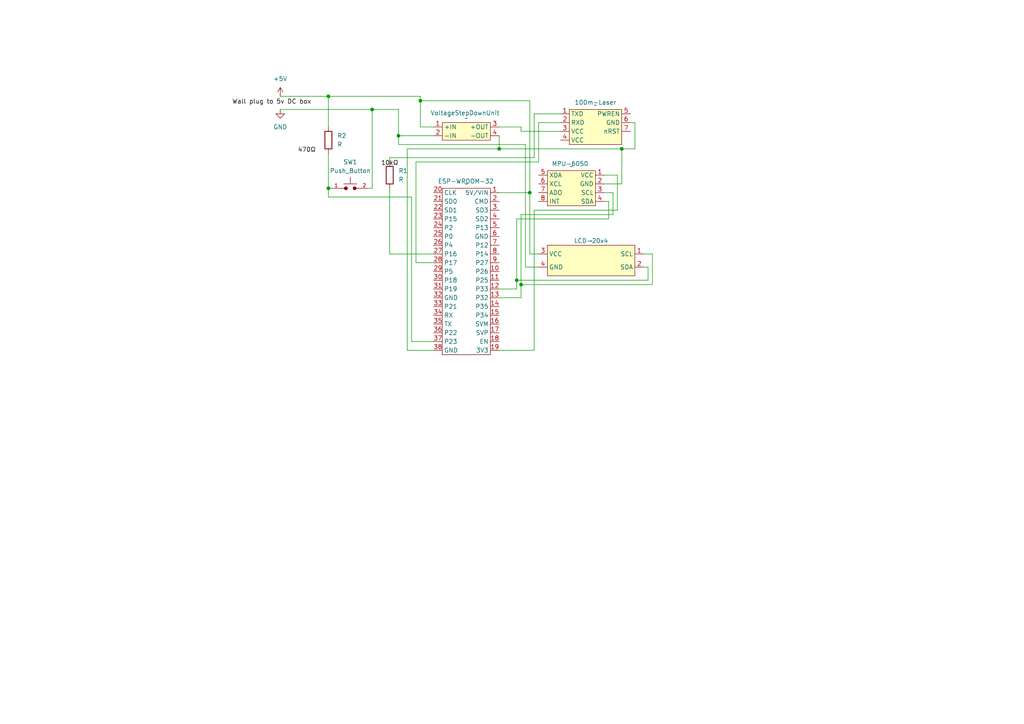
<source format=kicad_sch>
(kicad_sch
	(version 20231120)
	(generator "eeschema")
	(generator_version "8.0")
	(uuid "7ea22661-84af-4122-84a8-3fd8c8474913")
	(paper "A4")
	(lib_symbols
		(symbol "Device:R"
			(pin_numbers hide)
			(pin_names
				(offset 0)
			)
			(exclude_from_sim no)
			(in_bom yes)
			(on_board yes)
			(property "Reference" "R"
				(at 2.032 0 90)
				(effects
					(font
						(size 1.27 1.27)
					)
				)
			)
			(property "Value" "R"
				(at 0 0 90)
				(effects
					(font
						(size 1.27 1.27)
					)
				)
			)
			(property "Footprint" ""
				(at -1.778 0 90)
				(effects
					(font
						(size 1.27 1.27)
					)
					(hide yes)
				)
			)
			(property "Datasheet" "~"
				(at 0 0 0)
				(effects
					(font
						(size 1.27 1.27)
					)
					(hide yes)
				)
			)
			(property "Description" "Resistor"
				(at 0 0 0)
				(effects
					(font
						(size 1.27 1.27)
					)
					(hide yes)
				)
			)
			(property "ki_keywords" "R res resistor"
				(at 0 0 0)
				(effects
					(font
						(size 1.27 1.27)
					)
					(hide yes)
				)
			)
			(property "ki_fp_filters" "R_*"
				(at 0 0 0)
				(effects
					(font
						(size 1.27 1.27)
					)
					(hide yes)
				)
			)
			(symbol "R_0_1"
				(rectangle
					(start -1.016 -2.54)
					(end 1.016 2.54)
					(stroke
						(width 0.254)
						(type default)
					)
					(fill
						(type none)
					)
				)
			)
			(symbol "R_1_1"
				(pin passive line
					(at 0 3.81 270)
					(length 1.27)
					(name "~"
						(effects
							(font
								(size 1.27 1.27)
							)
						)
					)
					(number "1"
						(effects
							(font
								(size 1.27 1.27)
							)
						)
					)
				)
				(pin passive line
					(at 0 -3.81 90)
					(length 1.27)
					(name "~"
						(effects
							(font
								(size 1.27 1.27)
							)
						)
					)
					(number "2"
						(effects
							(font
								(size 1.27 1.27)
							)
						)
					)
				)
			)
		)
		(symbol "New_Library:2004A-I2C-LCD"
			(exclude_from_sim no)
			(in_bom yes)
			(on_board yes)
			(property "Reference" "LCD-20x4"
				(at 0.508 8.636 0)
				(effects
					(font
						(size 1.27 1.27)
					)
				)
			)
			(property "Value" ""
				(at 0 0 0)
				(effects
					(font
						(size 1.27 1.27)
					)
				)
			)
			(property "Footprint" ""
				(at 0 0 0)
				(effects
					(font
						(size 1.27 1.27)
					)
					(hide yes)
				)
			)
			(property "Datasheet" ""
				(at 0 0 0)
				(effects
					(font
						(size 1.27 1.27)
					)
					(hide yes)
				)
			)
			(property "Description" ""
				(at 0 0 0)
				(effects
					(font
						(size 1.27 1.27)
					)
					(hide yes)
				)
			)
			(symbol "2004A-I2C-LCD_0_1"
				(rectangle
					(start -12.7 6.35)
					(end 12.7 -2.54)
					(stroke
						(width 0)
						(type default)
					)
					(fill
						(type background)
					)
				)
			)
			(symbol "2004A-I2C-LCD_1_1"
				(pin input line
					(at 15.24 3.81 180)
					(length 2.54)
					(name "SCL"
						(effects
							(font
								(size 1.27 1.27)
							)
						)
					)
					(number "1"
						(effects
							(font
								(size 1.27 1.27)
							)
						)
					)
				)
				(pin input line
					(at 15.24 0 180)
					(length 2.54)
					(name "SDA"
						(effects
							(font
								(size 1.27 1.27)
							)
						)
					)
					(number "2"
						(effects
							(font
								(size 1.27 1.27)
							)
						)
					)
				)
				(pin power_in line
					(at -15.24 3.81 0)
					(length 2.54)
					(name "VCC"
						(effects
							(font
								(size 1.27 1.27)
							)
						)
					)
					(number "3"
						(effects
							(font
								(size 1.27 1.27)
							)
						)
					)
				)
				(pin input line
					(at -15.24 0 0)
					(length 2.54)
					(name "GND"
						(effects
							(font
								(size 1.27 1.27)
							)
						)
					)
					(number "4"
						(effects
							(font
								(size 1.27 1.27)
							)
						)
					)
				)
			)
		)
		(symbol "New_Library:HiLetgo_ESP-WROOM-32"
			(exclude_from_sim no)
			(in_bom yes)
			(on_board yes)
			(property "Reference" "ESP-WROOM-32"
				(at 5.588 11.176 0)
				(effects
					(font
						(size 1.27 1.27)
					)
				)
			)
			(property "Value" ""
				(at 0 0 0)
				(effects
					(font
						(size 1.27 1.27)
					)
				)
			)
			(property "Footprint" ""
				(at 0 0 0)
				(effects
					(font
						(size 1.27 1.27)
					)
					(hide yes)
				)
			)
			(property "Datasheet" ""
				(at 0 0 0)
				(effects
					(font
						(size 1.27 1.27)
					)
					(hide yes)
				)
			)
			(property "Description" ""
				(at 0 0 0)
				(effects
					(font
						(size 1.27 1.27)
					)
					(hide yes)
				)
			)
			(symbol "HiLetgo_ESP-WROOM-32_0_1"
				(rectangle
					(start -1.27 8.89)
					(end 12.7 -39.37)
					(stroke
						(width 0)
						(type default)
					)
					(fill
						(type none)
					)
				)
			)
			(symbol "HiLetgo_ESP-WROOM-32_1_1"
				(pin bidirectional line
					(at 15.24 7.62 180)
					(length 2.54)
					(name "5V/VIN"
						(effects
							(font
								(size 1.27 1.27)
							)
						)
					)
					(number "1"
						(effects
							(font
								(size 1.27 1.27)
							)
						)
					)
				)
				(pin bidirectional line
					(at 15.24 -15.24 180)
					(length 2.54)
					(name "P26"
						(effects
							(font
								(size 1.27 1.27)
							)
						)
					)
					(number "10"
						(effects
							(font
								(size 1.27 1.27)
							)
						)
					)
				)
				(pin bidirectional line
					(at 15.24 -17.78 180)
					(length 2.54)
					(name "P25"
						(effects
							(font
								(size 1.27 1.27)
							)
						)
					)
					(number "11"
						(effects
							(font
								(size 1.27 1.27)
							)
						)
					)
				)
				(pin bidirectional line
					(at 15.24 -20.32 180)
					(length 2.54)
					(name "P33"
						(effects
							(font
								(size 1.27 1.27)
							)
						)
					)
					(number "12"
						(effects
							(font
								(size 1.27 1.27)
							)
						)
					)
				)
				(pin bidirectional line
					(at 15.24 -22.86 180)
					(length 2.54)
					(name "P32"
						(effects
							(font
								(size 1.27 1.27)
							)
						)
					)
					(number "13"
						(effects
							(font
								(size 1.27 1.27)
							)
						)
					)
				)
				(pin bidirectional line
					(at 15.24 -25.4 180)
					(length 2.54)
					(name "P35"
						(effects
							(font
								(size 1.27 1.27)
							)
						)
					)
					(number "14"
						(effects
							(font
								(size 1.27 1.27)
							)
						)
					)
				)
				(pin bidirectional line
					(at 15.24 -27.94 180)
					(length 2.54)
					(name "P34"
						(effects
							(font
								(size 1.27 1.27)
							)
						)
					)
					(number "15"
						(effects
							(font
								(size 1.27 1.27)
							)
						)
					)
				)
				(pin bidirectional line
					(at 15.24 -30.48 180)
					(length 2.54)
					(name "SVM"
						(effects
							(font
								(size 1.27 1.27)
							)
						)
					)
					(number "16"
						(effects
							(font
								(size 1.27 1.27)
							)
						)
					)
				)
				(pin bidirectional line
					(at 15.24 -33.02 180)
					(length 2.54)
					(name "SVP"
						(effects
							(font
								(size 1.27 1.27)
							)
						)
					)
					(number "17"
						(effects
							(font
								(size 1.27 1.27)
							)
						)
					)
				)
				(pin bidirectional line
					(at 15.24 -35.56 180)
					(length 2.54)
					(name "EN"
						(effects
							(font
								(size 1.27 1.27)
							)
						)
					)
					(number "18"
						(effects
							(font
								(size 1.27 1.27)
							)
						)
					)
				)
				(pin power_out line
					(at 15.24 -38.1 180)
					(length 2.54)
					(name "3V3"
						(effects
							(font
								(size 1.27 1.27)
							)
						)
					)
					(number "19"
						(effects
							(font
								(size 1.27 1.27)
							)
						)
					)
				)
				(pin bidirectional line
					(at 15.24 5.08 180)
					(length 2.54)
					(name "CMD"
						(effects
							(font
								(size 1.27 1.27)
							)
						)
					)
					(number "2"
						(effects
							(font
								(size 1.27 1.27)
							)
						)
					)
				)
				(pin bidirectional line
					(at -3.81 7.62 0)
					(length 2.54)
					(name "CLK"
						(effects
							(font
								(size 1.27 1.27)
							)
						)
					)
					(number "20"
						(effects
							(font
								(size 1.27 1.27)
							)
						)
					)
				)
				(pin bidirectional line
					(at -3.81 5.08 0)
					(length 2.54)
					(name "SD0"
						(effects
							(font
								(size 1.27 1.27)
							)
						)
					)
					(number "21"
						(effects
							(font
								(size 1.27 1.27)
							)
						)
					)
				)
				(pin bidirectional line
					(at -3.81 2.54 0)
					(length 2.54)
					(name "SD1"
						(effects
							(font
								(size 1.27 1.27)
							)
						)
					)
					(number "22"
						(effects
							(font
								(size 1.27 1.27)
							)
						)
					)
				)
				(pin bidirectional line
					(at -3.81 0 0)
					(length 2.54)
					(name "P15"
						(effects
							(font
								(size 1.27 1.27)
							)
						)
					)
					(number "23"
						(effects
							(font
								(size 1.27 1.27)
							)
						)
					)
				)
				(pin bidirectional line
					(at -3.81 -2.54 0)
					(length 2.54)
					(name "P2"
						(effects
							(font
								(size 1.27 1.27)
							)
						)
					)
					(number "24"
						(effects
							(font
								(size 1.27 1.27)
							)
						)
					)
				)
				(pin bidirectional line
					(at -3.81 -5.08 0)
					(length 2.54)
					(name "P0"
						(effects
							(font
								(size 1.27 1.27)
							)
						)
					)
					(number "25"
						(effects
							(font
								(size 1.27 1.27)
							)
						)
					)
				)
				(pin bidirectional line
					(at -3.81 -7.62 0)
					(length 2.54)
					(name "P4"
						(effects
							(font
								(size 1.27 1.27)
							)
						)
					)
					(number "26"
						(effects
							(font
								(size 1.27 1.27)
							)
						)
					)
				)
				(pin bidirectional line
					(at -3.81 -10.16 0)
					(length 2.54)
					(name "P16"
						(effects
							(font
								(size 1.27 1.27)
							)
						)
					)
					(number "27"
						(effects
							(font
								(size 1.27 1.27)
							)
						)
					)
				)
				(pin bidirectional line
					(at -3.81 -12.7 0)
					(length 2.54)
					(name "P17"
						(effects
							(font
								(size 1.27 1.27)
							)
						)
					)
					(number "28"
						(effects
							(font
								(size 1.27 1.27)
							)
						)
					)
				)
				(pin bidirectional line
					(at -3.81 -15.24 0)
					(length 2.54)
					(name "P5"
						(effects
							(font
								(size 1.27 1.27)
							)
						)
					)
					(number "29"
						(effects
							(font
								(size 1.27 1.27)
							)
						)
					)
				)
				(pin bidirectional line
					(at 15.24 2.54 180)
					(length 2.54)
					(name "SD3"
						(effects
							(font
								(size 1.27 1.27)
							)
						)
					)
					(number "3"
						(effects
							(font
								(size 1.27 1.27)
							)
						)
					)
				)
				(pin bidirectional line
					(at -3.81 -17.78 0)
					(length 2.54)
					(name "P18"
						(effects
							(font
								(size 1.27 1.27)
							)
						)
					)
					(number "30"
						(effects
							(font
								(size 1.27 1.27)
							)
						)
					)
				)
				(pin bidirectional line
					(at -3.81 -20.32 0)
					(length 2.54)
					(name "P19"
						(effects
							(font
								(size 1.27 1.27)
							)
						)
					)
					(number "31"
						(effects
							(font
								(size 1.27 1.27)
							)
						)
					)
				)
				(pin bidirectional line
					(at -3.81 -22.86 0)
					(length 2.54)
					(name "GND"
						(effects
							(font
								(size 1.27 1.27)
							)
						)
					)
					(number "32"
						(effects
							(font
								(size 1.27 1.27)
							)
						)
					)
				)
				(pin bidirectional line
					(at -3.81 -25.4 0)
					(length 2.54)
					(name "P21"
						(effects
							(font
								(size 1.27 1.27)
							)
						)
					)
					(number "33"
						(effects
							(font
								(size 1.27 1.27)
							)
						)
					)
				)
				(pin bidirectional line
					(at -3.81 -27.94 0)
					(length 2.54)
					(name "RX"
						(effects
							(font
								(size 1.27 1.27)
							)
						)
					)
					(number "34"
						(effects
							(font
								(size 1.27 1.27)
							)
						)
					)
				)
				(pin bidirectional line
					(at -3.81 -30.48 0)
					(length 2.54)
					(name "TX"
						(effects
							(font
								(size 1.27 1.27)
							)
						)
					)
					(number "35"
						(effects
							(font
								(size 1.27 1.27)
							)
						)
					)
				)
				(pin bidirectional line
					(at -3.81 -33.02 0)
					(length 2.54)
					(name "P22"
						(effects
							(font
								(size 1.27 1.27)
							)
						)
					)
					(number "36"
						(effects
							(font
								(size 1.27 1.27)
							)
						)
					)
				)
				(pin bidirectional line
					(at -3.81 -35.56 0)
					(length 2.54)
					(name "P23"
						(effects
							(font
								(size 1.27 1.27)
							)
						)
					)
					(number "37"
						(effects
							(font
								(size 1.27 1.27)
							)
						)
					)
				)
				(pin bidirectional line
					(at -3.81 -38.1 0)
					(length 2.54)
					(name "GND"
						(effects
							(font
								(size 1.27 1.27)
							)
						)
					)
					(number "38"
						(effects
							(font
								(size 1.27 1.27)
							)
						)
					)
				)
				(pin bidirectional line
					(at 15.24 0 180)
					(length 2.54)
					(name "SD2"
						(effects
							(font
								(size 1.27 1.27)
							)
						)
					)
					(number "4"
						(effects
							(font
								(size 1.27 1.27)
							)
						)
					)
				)
				(pin bidirectional line
					(at 15.24 -2.54 180)
					(length 2.54)
					(name "P13"
						(effects
							(font
								(size 1.27 1.27)
							)
						)
					)
					(number "5"
						(effects
							(font
								(size 1.27 1.27)
							)
						)
					)
				)
				(pin bidirectional line
					(at 15.24 -5.08 180)
					(length 2.54)
					(name "GND"
						(effects
							(font
								(size 1.27 1.27)
							)
						)
					)
					(number "6"
						(effects
							(font
								(size 1.27 1.27)
							)
						)
					)
				)
				(pin bidirectional line
					(at 15.24 -7.62 180)
					(length 2.54)
					(name "P12"
						(effects
							(font
								(size 1.27 1.27)
							)
						)
					)
					(number "7"
						(effects
							(font
								(size 1.27 1.27)
							)
						)
					)
				)
				(pin bidirectional line
					(at 15.24 -10.16 180)
					(length 2.54)
					(name "P14"
						(effects
							(font
								(size 1.27 1.27)
							)
						)
					)
					(number "8"
						(effects
							(font
								(size 1.27 1.27)
							)
						)
					)
				)
				(pin bidirectional line
					(at 15.24 -12.7 180)
					(length 2.54)
					(name "P27"
						(effects
							(font
								(size 1.27 1.27)
							)
						)
					)
					(number "9"
						(effects
							(font
								(size 1.27 1.27)
							)
						)
					)
				)
			)
		)
		(symbol "New_Library:JRT100mLaser"
			(exclude_from_sim no)
			(in_bom yes)
			(on_board yes)
			(property "Reference" "100m-Laser"
				(at 0 6.604 0)
				(effects
					(font
						(size 1.27 1.27)
					)
				)
			)
			(property "Value" ""
				(at -2.032 8.382 0)
				(effects
					(font
						(size 1.27 1.27)
					)
				)
			)
			(property "Footprint" ""
				(at -2.032 8.382 0)
				(effects
					(font
						(size 1.27 1.27)
					)
					(hide yes)
				)
			)
			(property "Datasheet" ""
				(at -2.032 8.382 0)
				(effects
					(font
						(size 1.27 1.27)
					)
					(hide yes)
				)
			)
			(property "Description" ""
				(at -2.032 8.382 0)
				(effects
					(font
						(size 1.27 1.27)
					)
					(hide yes)
				)
			)
			(symbol "JRT100mLaser_1_1"
				(rectangle
					(start -7.62 5.08)
					(end 7.62 -5.08)
					(stroke
						(width 0)
						(type default)
					)
					(fill
						(type background)
					)
				)
				(pin output line
					(at -10.16 3.81 0)
					(length 2.54)
					(name "TXD"
						(effects
							(font
								(size 1.27 1.27)
							)
						)
					)
					(number "1"
						(effects
							(font
								(size 1.27 1.27)
							)
						)
					)
				)
				(pin input line
					(at -10.16 1.27 0)
					(length 2.54)
					(name "RXD"
						(effects
							(font
								(size 1.27 1.27)
							)
						)
					)
					(number "2"
						(effects
							(font
								(size 1.27 1.27)
							)
						)
					)
				)
				(pin power_in line
					(at -10.16 -1.27 0)
					(length 2.54)
					(name "VCC"
						(effects
							(font
								(size 1.27 1.27)
							)
						)
					)
					(number "3"
						(effects
							(font
								(size 1.27 1.27)
							)
						)
					)
				)
				(pin power_in line
					(at -10.16 -3.81 0)
					(length 2.54)
					(name "VCC"
						(effects
							(font
								(size 1.27 1.27)
							)
						)
					)
					(number "4"
						(effects
							(font
								(size 1.27 1.27)
							)
						)
					)
				)
				(pin input line
					(at 10.16 3.81 180)
					(length 2.54)
					(name "PWREN"
						(effects
							(font
								(size 1.27 1.27)
							)
						)
					)
					(number "5"
						(effects
							(font
								(size 1.27 1.27)
							)
						)
					)
				)
				(pin input line
					(at 10.16 1.27 180)
					(length 2.54)
					(name "GND"
						(effects
							(font
								(size 1.27 1.27)
							)
						)
					)
					(number "6"
						(effects
							(font
								(size 1.27 1.27)
							)
						)
					)
				)
				(pin input line
					(at 10.16 -1.27 180)
					(length 2.54)
					(name "nRST"
						(effects
							(font
								(size 1.27 1.27)
							)
						)
					)
					(number "7"
						(effects
							(font
								(size 1.27 1.27)
							)
						)
					)
				)
			)
		)
		(symbol "New_Library:LM2596VoltageStepDownRegulator"
			(exclude_from_sim no)
			(in_bom yes)
			(on_board yes)
			(property "Reference" "VoltageStepDownUnit"
				(at 0.508 1.016 0)
				(effects
					(font
						(size 1.27 1.27)
					)
				)
			)
			(property "Value" ""
				(at 0 0 0)
				(effects
					(font
						(size 1.27 1.27)
					)
				)
			)
			(property "Footprint" ""
				(at 0 0 0)
				(effects
					(font
						(size 1.27 1.27)
					)
					(hide yes)
				)
			)
			(property "Datasheet" ""
				(at 0 0 0)
				(effects
					(font
						(size 1.27 1.27)
					)
					(hide yes)
				)
			)
			(property "Description" ""
				(at 0 0 0)
				(effects
					(font
						(size 1.27 1.27)
					)
					(hide yes)
				)
			)
			(symbol "LM2596VoltageStepDownRegulator_0_1"
				(rectangle
					(start -6.35 -1.27)
					(end 7.62 -6.35)
					(stroke
						(width 0)
						(type default)
					)
					(fill
						(type background)
					)
				)
			)
			(symbol "LM2596VoltageStepDownRegulator_1_1"
				(pin power_in line
					(at -8.89 -2.54 0)
					(length 2.54)
					(name "+IN"
						(effects
							(font
								(size 1.27 1.27)
							)
						)
					)
					(number "1"
						(effects
							(font
								(size 1.27 1.27)
							)
						)
					)
				)
				(pin input line
					(at -8.89 -5.08 0)
					(length 2.54)
					(name "-IN"
						(effects
							(font
								(size 1.27 1.27)
							)
						)
					)
					(number "2"
						(effects
							(font
								(size 1.27 1.27)
							)
						)
					)
				)
				(pin power_out line
					(at 10.16 -2.54 180)
					(length 2.54)
					(name "+OUT"
						(effects
							(font
								(size 1.27 1.27)
							)
						)
					)
					(number "3"
						(effects
							(font
								(size 1.27 1.27)
							)
						)
					)
				)
				(pin output line
					(at 10.16 -5.08 180)
					(length 2.54)
					(name "-OUT"
						(effects
							(font
								(size 1.27 1.27)
							)
						)
					)
					(number "4"
						(effects
							(font
								(size 1.27 1.27)
							)
						)
					)
				)
			)
		)
		(symbol "New_Library:MPU-6050"
			(exclude_from_sim no)
			(in_bom yes)
			(on_board yes)
			(property "Reference" "MPU-6050"
				(at 1.016 0 0)
				(effects
					(font
						(face "KiCad Font")
						(size 1.27 1.27)
					)
				)
			)
			(property "Value" ""
				(at 0 0 0)
				(effects
					(font
						(size 1.27 1.27)
					)
				)
			)
			(property "Footprint" ""
				(at 0 0 0)
				(effects
					(font
						(size 1.27 1.27)
					)
					(hide yes)
				)
			)
			(property "Datasheet" ""
				(at 0 0 0)
				(effects
					(font
						(size 1.27 1.27)
					)
					(hide yes)
				)
			)
			(property "Description" ""
				(at 0 0 0)
				(effects
					(font
						(size 1.27 1.27)
					)
					(hide yes)
				)
			)
			(symbol "MPU-6050_0_1"
				(rectangle
					(start -6.35 -1.27)
					(end 7.62 -11.43)
					(stroke
						(width 0)
						(type default)
					)
					(fill
						(type background)
					)
				)
			)
			(symbol "MPU-6050_1_1"
				(pin power_in line
					(at 10.16 -2.54 180)
					(length 2.54)
					(name "VCC"
						(effects
							(font
								(size 1.27 1.27)
							)
						)
					)
					(number "1"
						(effects
							(font
								(size 1.27 1.27)
							)
						)
					)
				)
				(pin input line
					(at 10.16 -5.08 180)
					(length 2.54)
					(name "GND"
						(effects
							(font
								(size 1.27 1.27)
							)
						)
					)
					(number "2"
						(effects
							(font
								(size 1.27 1.27)
							)
						)
					)
				)
				(pin input line
					(at 10.16 -7.62 180)
					(length 2.54)
					(name "SCL"
						(effects
							(font
								(size 1.27 1.27)
							)
						)
					)
					(number "3"
						(effects
							(font
								(size 1.27 1.27)
							)
						)
					)
				)
				(pin input line
					(at 10.16 -10.16 180)
					(length 2.54)
					(name "SDA"
						(effects
							(font
								(size 1.27 1.27)
							)
						)
					)
					(number "4"
						(effects
							(font
								(size 1.27 1.27)
							)
						)
					)
				)
				(pin output line
					(at -8.89 -2.54 0)
					(length 2.54)
					(name "XDA"
						(effects
							(font
								(size 1.27 1.27)
							)
						)
					)
					(number "5"
						(effects
							(font
								(size 1.27 1.27)
							)
						)
					)
				)
				(pin input line
					(at -8.89 -5.08 0)
					(length 2.54)
					(name "XCL"
						(effects
							(font
								(size 1.27 1.27)
							)
						)
					)
					(number "6"
						(effects
							(font
								(size 1.27 1.27)
							)
						)
					)
				)
				(pin input line
					(at -8.89 -7.62 0)
					(length 2.54)
					(name "ADO"
						(effects
							(font
								(size 1.27 1.27)
							)
						)
					)
					(number "7"
						(effects
							(font
								(size 1.27 1.27)
							)
						)
					)
				)
				(pin input line
					(at -8.89 -10.16 0)
					(length 2.54)
					(name "INT"
						(effects
							(font
								(size 1.27 1.27)
							)
						)
					)
					(number "8"
						(effects
							(font
								(size 1.27 1.27)
							)
						)
					)
				)
			)
		)
		(symbol "PCM_SL_Devices:Push_Button"
			(exclude_from_sim no)
			(in_bom yes)
			(on_board yes)
			(property "Reference" "SW"
				(at 0 6.35 0)
				(effects
					(font
						(size 1.27 1.27)
					)
				)
			)
			(property "Value" "Push_Button"
				(at 0 4.445 0)
				(effects
					(font
						(size 1.27 1.27)
					)
				)
			)
			(property "Footprint" "Button_Switch_THT:SW_PUSH_6mm"
				(at -0.127 -3.175 0)
				(effects
					(font
						(size 1.27 1.27)
					)
					(hide yes)
				)
			)
			(property "Datasheet" ""
				(at 0 0 0)
				(effects
					(font
						(size 1.27 1.27)
					)
					(hide yes)
				)
			)
			(property "Description" "Common 6mmx6mm Push Button"
				(at 0 0 0)
				(effects
					(font
						(size 1.27 1.27)
					)
					(hide yes)
				)
			)
			(property "ki_keywords" "Switch"
				(at 0 0 0)
				(effects
					(font
						(size 1.27 1.27)
					)
					(hide yes)
				)
			)
			(symbol "Push_Button_0_1"
				(circle
					(center -1.27 0)
					(radius 0.4579)
					(stroke
						(width 0)
						(type default)
					)
					(fill
						(type outline)
					)
				)
				(polyline
					(pts
						(xy -3.175 0) (xy -1.778 0)
					)
					(stroke
						(width 0)
						(type default)
					)
					(fill
						(type none)
					)
				)
				(polyline
					(pts
						(xy -1.905 1.27) (xy 1.905 1.27)
					)
					(stroke
						(width 0)
						(type default)
					)
					(fill
						(type none)
					)
				)
				(polyline
					(pts
						(xy 0 1.27) (xy 0 3.175)
					)
					(stroke
						(width 0)
						(type default)
					)
					(fill
						(type none)
					)
				)
				(polyline
					(pts
						(xy 1.778 0) (xy 3.175 0)
					)
					(stroke
						(width 0)
						(type default)
					)
					(fill
						(type none)
					)
				)
				(circle
					(center 1.27 0)
					(radius 0.4579)
					(stroke
						(width 0)
						(type default)
					)
					(fill
						(type outline)
					)
				)
			)
			(symbol "Push_Button_1_1"
				(pin passive line
					(at -5.08 0 0)
					(length 2)
					(name ""
						(effects
							(font
								(size 1.27 1.27)
							)
						)
					)
					(number "1"
						(effects
							(font
								(size 1 1)
							)
						)
					)
				)
				(pin passive line
					(at 5.08 0 180)
					(length 2)
					(name ""
						(effects
							(font
								(size 1.27 1.27)
							)
						)
					)
					(number "2"
						(effects
							(font
								(size 1 1)
							)
						)
					)
				)
			)
		)
		(symbol "power:+5V"
			(power)
			(pin_numbers hide)
			(pin_names
				(offset 0) hide)
			(exclude_from_sim no)
			(in_bom yes)
			(on_board yes)
			(property "Reference" "#PWR"
				(at 0 -3.81 0)
				(effects
					(font
						(size 1.27 1.27)
					)
					(hide yes)
				)
			)
			(property "Value" "+5V"
				(at 0 3.556 0)
				(effects
					(font
						(size 1.27 1.27)
					)
				)
			)
			(property "Footprint" ""
				(at 0 0 0)
				(effects
					(font
						(size 1.27 1.27)
					)
					(hide yes)
				)
			)
			(property "Datasheet" ""
				(at 0 0 0)
				(effects
					(font
						(size 1.27 1.27)
					)
					(hide yes)
				)
			)
			(property "Description" "Power symbol creates a global label with name \"+5V\""
				(at 0 0 0)
				(effects
					(font
						(size 1.27 1.27)
					)
					(hide yes)
				)
			)
			(property "ki_keywords" "global power"
				(at 0 0 0)
				(effects
					(font
						(size 1.27 1.27)
					)
					(hide yes)
				)
			)
			(symbol "+5V_0_1"
				(polyline
					(pts
						(xy -0.762 1.27) (xy 0 2.54)
					)
					(stroke
						(width 0)
						(type default)
					)
					(fill
						(type none)
					)
				)
				(polyline
					(pts
						(xy 0 0) (xy 0 2.54)
					)
					(stroke
						(width 0)
						(type default)
					)
					(fill
						(type none)
					)
				)
				(polyline
					(pts
						(xy 0 2.54) (xy 0.762 1.27)
					)
					(stroke
						(width 0)
						(type default)
					)
					(fill
						(type none)
					)
				)
			)
			(symbol "+5V_1_1"
				(pin power_in line
					(at 0 0 90)
					(length 0)
					(name "~"
						(effects
							(font
								(size 1.27 1.27)
							)
						)
					)
					(number "1"
						(effects
							(font
								(size 1.27 1.27)
							)
						)
					)
				)
			)
		)
		(symbol "power:GND"
			(power)
			(pin_numbers hide)
			(pin_names
				(offset 0) hide)
			(exclude_from_sim no)
			(in_bom yes)
			(on_board yes)
			(property "Reference" "#PWR"
				(at 0 -6.35 0)
				(effects
					(font
						(size 1.27 1.27)
					)
					(hide yes)
				)
			)
			(property "Value" "GND"
				(at 0 -3.81 0)
				(effects
					(font
						(size 1.27 1.27)
					)
				)
			)
			(property "Footprint" ""
				(at 0 0 0)
				(effects
					(font
						(size 1.27 1.27)
					)
					(hide yes)
				)
			)
			(property "Datasheet" ""
				(at 0 0 0)
				(effects
					(font
						(size 1.27 1.27)
					)
					(hide yes)
				)
			)
			(property "Description" "Power symbol creates a global label with name \"GND\" , ground"
				(at 0 0 0)
				(effects
					(font
						(size 1.27 1.27)
					)
					(hide yes)
				)
			)
			(property "ki_keywords" "global power"
				(at 0 0 0)
				(effects
					(font
						(size 1.27 1.27)
					)
					(hide yes)
				)
			)
			(symbol "GND_0_1"
				(polyline
					(pts
						(xy 0 0) (xy 0 -1.27) (xy 1.27 -1.27) (xy 0 -2.54) (xy -1.27 -1.27) (xy 0 -1.27)
					)
					(stroke
						(width 0)
						(type default)
					)
					(fill
						(type none)
					)
				)
			)
			(symbol "GND_1_1"
				(pin power_in line
					(at 0 0 270)
					(length 0)
					(name "~"
						(effects
							(font
								(size 1.27 1.27)
							)
						)
					)
					(number "1"
						(effects
							(font
								(size 1.27 1.27)
							)
						)
					)
				)
			)
		)
	)
	(junction
		(at 151.13 82.55)
		(diameter 0)
		(color 0 0 0 0)
		(uuid "123f517c-34c2-4168-a505-ddf2c4f6d2f4")
	)
	(junction
		(at 149.86 81.28)
		(diameter 0)
		(color 0 0 0 0)
		(uuid "525f1f34-5994-4eae-a755-ea27da9d037d")
	)
	(junction
		(at 180.34 43.18)
		(diameter 0)
		(color 0 0 0 0)
		(uuid "92d04755-005f-473a-906f-6f1c21ab611d")
	)
	(junction
		(at 115.57 39.37)
		(diameter 0)
		(color 0 0 0 0)
		(uuid "94743a89-d747-4a18-8405-09fb7b95c734")
	)
	(junction
		(at 107.95 31.75)
		(diameter 0)
		(color 0 0 0 0)
		(uuid "a60bb3d4-5de6-4379-a4c3-55d76f8c23bc")
	)
	(junction
		(at 144.78 43.18)
		(diameter 0)
		(color 0 0 0 0)
		(uuid "bae065ed-e48e-4603-b6d5-0fdc864c53f0")
	)
	(junction
		(at 121.92 29.21)
		(diameter 0)
		(color 0 0 0 0)
		(uuid "bb842c00-6548-400b-84e3-1f131577f09b")
	)
	(junction
		(at 95.25 54.61)
		(diameter 0)
		(color 0 0 0 0)
		(uuid "c6db2f93-efaf-4ffb-bfa2-14b48d583a26")
	)
	(junction
		(at 153.67 55.88)
		(diameter 0)
		(color 0 0 0 0)
		(uuid "cff7d8eb-dc9c-47e4-9cfa-0cc1dba856c6")
	)
	(junction
		(at 95.25 27.94)
		(diameter 0)
		(color 0 0 0 0)
		(uuid "fce3e447-ffef-4f5c-819f-c8c8c20291eb")
	)
	(wire
		(pts
			(xy 154.94 60.96) (xy 154.94 101.6)
		)
		(stroke
			(width 0)
			(type default)
		)
		(uuid "00d37603-0dfc-41a2-a3ce-6c623d8687db")
	)
	(wire
		(pts
			(xy 121.92 36.83) (xy 125.73 36.83)
		)
		(stroke
			(width 0)
			(type default)
		)
		(uuid "050a4131-f8dd-4412-8181-24dce8f2b972")
	)
	(wire
		(pts
			(xy 119.38 57.15) (xy 119.38 99.06)
		)
		(stroke
			(width 0)
			(type default)
		)
		(uuid "06f55ce9-7a85-434e-8845-c09a97bbc61f")
	)
	(wire
		(pts
			(xy 156.21 46.99) (xy 156.21 35.56)
		)
		(stroke
			(width 0)
			(type default)
		)
		(uuid "0d1566d1-358a-4bb1-85d1-3e2ea4874c1b")
	)
	(wire
		(pts
			(xy 106.68 54.61) (xy 107.95 54.61)
		)
		(stroke
			(width 0)
			(type default)
		)
		(uuid "0d41b072-6426-42a3-8398-592052fb1d94")
	)
	(wire
		(pts
			(xy 95.25 27.94) (xy 95.25 36.83)
		)
		(stroke
			(width 0)
			(type default)
		)
		(uuid "153dcca5-7e64-452d-81cc-eaeec91857c4")
	)
	(wire
		(pts
			(xy 95.25 57.15) (xy 119.38 57.15)
		)
		(stroke
			(width 0)
			(type default)
		)
		(uuid "1931efb2-a9aa-4595-a161-87cddae26b23")
	)
	(wire
		(pts
			(xy 154.94 33.02) (xy 162.56 33.02)
		)
		(stroke
			(width 0)
			(type default)
		)
		(uuid "1a7dba1e-fa06-4082-824c-b4344b7e0a18")
	)
	(wire
		(pts
			(xy 149.86 63.5) (xy 149.86 81.28)
		)
		(stroke
			(width 0)
			(type default)
		)
		(uuid "2aa01e4d-8658-4ce4-99e1-475aa8088aae")
	)
	(wire
		(pts
			(xy 107.95 31.75) (xy 115.57 31.75)
		)
		(stroke
			(width 0)
			(type default)
		)
		(uuid "2bec8b2a-b013-4368-ba43-2e039ba48772")
	)
	(wire
		(pts
			(xy 154.94 45.72) (xy 154.94 33.02)
		)
		(stroke
			(width 0)
			(type default)
		)
		(uuid "307520a8-34f9-4259-b905-f2eab66b5091")
	)
	(wire
		(pts
			(xy 156.21 35.56) (xy 162.56 35.56)
		)
		(stroke
			(width 0)
			(type default)
		)
		(uuid "392f1feb-791d-427c-89e6-10880928e356")
	)
	(wire
		(pts
			(xy 144.78 36.83) (xy 151.13 36.83)
		)
		(stroke
			(width 0)
			(type default)
		)
		(uuid "3c769bc6-77c4-4637-a666-7923e408a639")
	)
	(wire
		(pts
			(xy 189.23 82.55) (xy 189.23 73.66)
		)
		(stroke
			(width 0)
			(type default)
		)
		(uuid "3d0a4838-a981-458b-8bef-ce689fc54c65")
	)
	(wire
		(pts
			(xy 144.78 101.6) (xy 154.94 101.6)
		)
		(stroke
			(width 0)
			(type default)
		)
		(uuid "3d8d431d-47ae-4b46-9f1c-441e091fc1e0")
	)
	(wire
		(pts
			(xy 177.8 62.23) (xy 151.13 62.23)
		)
		(stroke
			(width 0)
			(type default)
		)
		(uuid "3f6c4ddb-b8a9-4f64-ab06-b8301dcf8033")
	)
	(wire
		(pts
			(xy 176.53 63.5) (xy 149.86 63.5)
		)
		(stroke
			(width 0)
			(type default)
		)
		(uuid "4054c8b7-21a2-4abb-b526-97332d3b637f")
	)
	(wire
		(pts
			(xy 184.15 35.56) (xy 182.88 35.56)
		)
		(stroke
			(width 0)
			(type default)
		)
		(uuid "41239bdd-5777-4283-9720-19fdea917398")
	)
	(wire
		(pts
			(xy 153.67 29.21) (xy 153.67 55.88)
		)
		(stroke
			(width 0)
			(type default)
		)
		(uuid "4227027f-0607-457e-a9c6-96c47f3b186d")
	)
	(wire
		(pts
			(xy 176.53 58.42) (xy 176.53 63.5)
		)
		(stroke
			(width 0)
			(type default)
		)
		(uuid "480f546d-982b-4ffd-b9e4-fae2c483a212")
	)
	(wire
		(pts
			(xy 118.11 43.18) (xy 118.11 101.6)
		)
		(stroke
			(width 0)
			(type default)
		)
		(uuid "4bcf39b1-2440-447b-aafc-36dd4676b555")
	)
	(wire
		(pts
			(xy 113.03 45.72) (xy 113.03 46.99)
		)
		(stroke
			(width 0)
			(type default)
		)
		(uuid "4f1f0b10-8b0a-4f61-ae44-d16b943e6968")
	)
	(wire
		(pts
			(xy 149.86 81.28) (xy 187.96 81.28)
		)
		(stroke
			(width 0)
			(type default)
		)
		(uuid "5114466c-b3a2-4d9e-a6c2-ccc7d1a89426")
	)
	(wire
		(pts
			(xy 113.03 45.72) (xy 154.94 45.72)
		)
		(stroke
			(width 0)
			(type default)
		)
		(uuid "5352457c-5c02-4fac-b6cc-a584fef44312")
	)
	(wire
		(pts
			(xy 144.78 39.37) (xy 144.78 43.18)
		)
		(stroke
			(width 0)
			(type default)
		)
		(uuid "5398df4c-9d59-45a4-b31f-ac8620adc935")
	)
	(wire
		(pts
			(xy 95.25 27.94) (xy 121.92 27.94)
		)
		(stroke
			(width 0)
			(type default)
		)
		(uuid "542c27c6-7667-4c7f-93d9-f74f0adbf563")
	)
	(wire
		(pts
			(xy 144.78 86.36) (xy 151.13 86.36)
		)
		(stroke
			(width 0)
			(type default)
		)
		(uuid "548b8adb-b174-4591-9e3e-fa5fcd8f32ca")
	)
	(wire
		(pts
			(xy 184.15 43.18) (xy 184.15 35.56)
		)
		(stroke
			(width 0)
			(type default)
		)
		(uuid "55a34537-bcea-41ca-9b98-16a6db4655b1")
	)
	(wire
		(pts
			(xy 152.4 41.91) (xy 152.4 77.47)
		)
		(stroke
			(width 0)
			(type default)
		)
		(uuid "5f90f970-474d-40d4-8cc8-f444e6d485ce")
	)
	(wire
		(pts
			(xy 144.78 43.18) (xy 180.34 43.18)
		)
		(stroke
			(width 0)
			(type default)
		)
		(uuid "6aeb173b-9930-4875-bddc-0da5a14da47d")
	)
	(wire
		(pts
			(xy 151.13 82.55) (xy 189.23 82.55)
		)
		(stroke
			(width 0)
			(type default)
		)
		(uuid "6e27ddc0-d0e9-4451-bc32-185ef7b727d3")
	)
	(wire
		(pts
			(xy 153.67 73.66) (xy 156.21 73.66)
		)
		(stroke
			(width 0)
			(type default)
		)
		(uuid "6ecbf4ff-47b5-45fa-a1c0-4823f2e6f936")
	)
	(wire
		(pts
			(xy 144.78 55.88) (xy 153.67 55.88)
		)
		(stroke
			(width 0)
			(type default)
		)
		(uuid "6fdabbc3-9beb-495a-83a0-c0ac37823d86")
	)
	(wire
		(pts
			(xy 179.07 50.8) (xy 179.07 60.96)
		)
		(stroke
			(width 0)
			(type default)
		)
		(uuid "714d3a3b-ec4e-48ea-8d71-6ec6c07d38c1")
	)
	(wire
		(pts
			(xy 175.26 50.8) (xy 179.07 50.8)
		)
		(stroke
			(width 0)
			(type default)
		)
		(uuid "798a7499-d00f-4b08-8195-f4e6bd3f33e9")
	)
	(wire
		(pts
			(xy 151.13 36.83) (xy 151.13 38.1)
		)
		(stroke
			(width 0)
			(type default)
		)
		(uuid "7c224ce9-145b-4165-bca0-eedec226a877")
	)
	(wire
		(pts
			(xy 115.57 39.37) (xy 125.73 39.37)
		)
		(stroke
			(width 0)
			(type default)
		)
		(uuid "7e97b5d0-88f3-40d0-87b7-5e663a999863")
	)
	(wire
		(pts
			(xy 81.28 27.94) (xy 95.25 27.94)
		)
		(stroke
			(width 0)
			(type default)
		)
		(uuid "8223af9f-904c-4a69-9c71-9f0d60fc4810")
	)
	(wire
		(pts
			(xy 151.13 62.23) (xy 151.13 82.55)
		)
		(stroke
			(width 0)
			(type default)
		)
		(uuid "83ebd618-0ff9-4a74-9026-3d8e09d32222")
	)
	(wire
		(pts
			(xy 149.86 81.28) (xy 149.86 83.82)
		)
		(stroke
			(width 0)
			(type default)
		)
		(uuid "85214ca4-392f-49c1-805a-c546f17e7eb2")
	)
	(wire
		(pts
			(xy 151.13 82.55) (xy 151.13 86.36)
		)
		(stroke
			(width 0)
			(type default)
		)
		(uuid "91f639c5-261a-4f7f-975b-0ad835505232")
	)
	(wire
		(pts
			(xy 175.26 58.42) (xy 176.53 58.42)
		)
		(stroke
			(width 0)
			(type default)
		)
		(uuid "9e3ae3d2-bfdb-4235-b014-ec3c6c40e861")
	)
	(wire
		(pts
			(xy 121.92 29.21) (xy 121.92 36.83)
		)
		(stroke
			(width 0)
			(type default)
		)
		(uuid "9e590def-25a0-4540-bd6e-5b37c2f64894")
	)
	(wire
		(pts
			(xy 113.03 54.61) (xy 113.03 73.66)
		)
		(stroke
			(width 0)
			(type default)
		)
		(uuid "9ee4b12e-061c-461e-a7c7-41aa932083ee")
	)
	(wire
		(pts
			(xy 113.03 73.66) (xy 125.73 73.66)
		)
		(stroke
			(width 0)
			(type default)
		)
		(uuid "9f003cbd-52b1-4eeb-b93a-aa0fc97f14cb")
	)
	(wire
		(pts
			(xy 144.78 43.18) (xy 118.11 43.18)
		)
		(stroke
			(width 0)
			(type default)
		)
		(uuid "9fa3d181-8d98-4843-b771-d918e6b4493c")
	)
	(wire
		(pts
			(xy 187.96 81.28) (xy 187.96 77.47)
		)
		(stroke
			(width 0)
			(type default)
		)
		(uuid "a5e8ae89-e560-4729-85b5-b543ea0fa92a")
	)
	(wire
		(pts
			(xy 95.25 54.61) (xy 95.25 57.15)
		)
		(stroke
			(width 0)
			(type default)
		)
		(uuid "a64db04b-65bc-41f9-883b-66507716a6b9")
	)
	(wire
		(pts
			(xy 156.21 46.99) (xy 120.65 46.99)
		)
		(stroke
			(width 0)
			(type default)
		)
		(uuid "a82bce55-a116-45cd-97af-d4fc7011564a")
	)
	(wire
		(pts
			(xy 153.67 55.88) (xy 153.67 73.66)
		)
		(stroke
			(width 0)
			(type default)
		)
		(uuid "a89bcd39-d231-4707-b7e2-d75cfa2e37b1")
	)
	(wire
		(pts
			(xy 189.23 73.66) (xy 186.69 73.66)
		)
		(stroke
			(width 0)
			(type default)
		)
		(uuid "ab5d0073-64a7-4f55-b5d8-d9870a81404a")
	)
	(wire
		(pts
			(xy 115.57 41.91) (xy 152.4 41.91)
		)
		(stroke
			(width 0)
			(type default)
		)
		(uuid "ab8fefe4-5935-4c22-ad2e-cc28f1f89e0e")
	)
	(wire
		(pts
			(xy 120.65 46.99) (xy 120.65 76.2)
		)
		(stroke
			(width 0)
			(type default)
		)
		(uuid "b3deef02-19d0-4738-8d38-5dc661d459c2")
	)
	(wire
		(pts
			(xy 119.38 99.06) (xy 125.73 99.06)
		)
		(stroke
			(width 0)
			(type default)
		)
		(uuid "b91c61dc-c432-4416-b501-1b70cd2b246a")
	)
	(wire
		(pts
			(xy 144.78 83.82) (xy 149.86 83.82)
		)
		(stroke
			(width 0)
			(type default)
		)
		(uuid "ba67ae12-5fb9-488a-91b6-de99048794c6")
	)
	(wire
		(pts
			(xy 81.28 31.75) (xy 107.95 31.75)
		)
		(stroke
			(width 0)
			(type default)
		)
		(uuid "baf05c8d-889f-492a-a598-e789af99e15f")
	)
	(wire
		(pts
			(xy 151.13 38.1) (xy 162.56 38.1)
		)
		(stroke
			(width 0)
			(type default)
		)
		(uuid "c38e4c50-f9d8-4040-afef-8b212256e74b")
	)
	(wire
		(pts
			(xy 180.34 53.34) (xy 180.34 43.18)
		)
		(stroke
			(width 0)
			(type default)
		)
		(uuid "c6296e2f-b8ee-400d-b323-1d345f05bdb6")
	)
	(wire
		(pts
			(xy 175.26 55.88) (xy 177.8 55.88)
		)
		(stroke
			(width 0)
			(type default)
		)
		(uuid "c71573d1-6756-451a-8a1e-43715f932c62")
	)
	(wire
		(pts
			(xy 180.34 43.18) (xy 184.15 43.18)
		)
		(stroke
			(width 0)
			(type default)
		)
		(uuid "cebd9497-96f1-4942-9cfb-03066b85c112")
	)
	(wire
		(pts
			(xy 95.25 44.45) (xy 95.25 54.61)
		)
		(stroke
			(width 0)
			(type default)
		)
		(uuid "cf31abe7-abaf-4291-ad64-c320c7b729d8")
	)
	(wire
		(pts
			(xy 95.25 54.61) (xy 96.52 54.61)
		)
		(stroke
			(width 0)
			(type default)
		)
		(uuid "cf577491-b3d7-49d8-a215-68628e7616ce")
	)
	(wire
		(pts
			(xy 179.07 60.96) (xy 154.94 60.96)
		)
		(stroke
			(width 0)
			(type default)
		)
		(uuid "d1dce385-0cd0-4866-8343-20271953e5bf")
	)
	(wire
		(pts
			(xy 121.92 29.21) (xy 121.92 27.94)
		)
		(stroke
			(width 0)
			(type default)
		)
		(uuid "dad484aa-3307-46aa-83dc-5cb518f5dc5c")
	)
	(wire
		(pts
			(xy 152.4 77.47) (xy 156.21 77.47)
		)
		(stroke
			(width 0)
			(type default)
		)
		(uuid "dc0434c4-9eb2-41f0-99ec-3529cfd6910b")
	)
	(wire
		(pts
			(xy 115.57 39.37) (xy 115.57 41.91)
		)
		(stroke
			(width 0)
			(type default)
		)
		(uuid "dcd6cbc3-2c9a-49e5-b93d-ed0894484989")
	)
	(wire
		(pts
			(xy 175.26 53.34) (xy 180.34 53.34)
		)
		(stroke
			(width 0)
			(type default)
		)
		(uuid "dd0441dd-c44a-4c5e-81fa-7418671fbb15")
	)
	(wire
		(pts
			(xy 177.8 55.88) (xy 177.8 62.23)
		)
		(stroke
			(width 0)
			(type default)
		)
		(uuid "e34bb40d-07ae-4c2a-bc86-6bbcc99ae52b")
	)
	(wire
		(pts
			(xy 120.65 76.2) (xy 125.73 76.2)
		)
		(stroke
			(width 0)
			(type default)
		)
		(uuid "eb8ffaae-3349-437f-904e-32916af04a60")
	)
	(wire
		(pts
			(xy 187.96 77.47) (xy 186.69 77.47)
		)
		(stroke
			(width 0)
			(type default)
		)
		(uuid "ec462e16-380f-4ec2-8e28-1a1f7c366a7e")
	)
	(wire
		(pts
			(xy 115.57 31.75) (xy 115.57 39.37)
		)
		(stroke
			(width 0)
			(type default)
		)
		(uuid "eed94480-6d1b-45a3-8654-ce2584854eac")
	)
	(wire
		(pts
			(xy 107.95 31.75) (xy 107.95 54.61)
		)
		(stroke
			(width 0)
			(type default)
		)
		(uuid "f1e89c40-7358-446f-82a7-c50f90dc6321")
	)
	(wire
		(pts
			(xy 118.11 101.6) (xy 125.73 101.6)
		)
		(stroke
			(width 0)
			(type default)
		)
		(uuid "f5d83aff-fe01-4dd6-9b1d-3829cf558def")
	)
	(wire
		(pts
			(xy 121.92 29.21) (xy 153.67 29.21)
		)
		(stroke
			(width 0)
			(type default)
		)
		(uuid "f769dd3e-b288-413c-b553-6cfb053e41b6")
	)
	(label "Wall plug to 5v DC box"
		(at 67.31 30.48 0)
		(fields_autoplaced yes)
		(effects
			(font
				(size 1.27 1.27)
			)
			(justify left bottom)
		)
		(uuid "05729047-c54f-4e0c-b0f6-c19841fa9c9f")
	)
	(label "470Ω"
		(at 86.36 44.45 0)
		(fields_autoplaced yes)
		(effects
			(font
				(size 1.27 1.27)
			)
			(justify left bottom)
		)
		(uuid "60a224e8-d70f-4f04-9316-052bf7415ac9")
	)
	(label "10kΩ"
		(at 110.49 48.26 0)
		(fields_autoplaced yes)
		(effects
			(font
				(size 1.27 1.27)
			)
			(justify left bottom)
		)
		(uuid "de5335ff-a15c-4cfb-ac70-49d17a9dfa8e")
	)
	(symbol
		(lib_id "Device:R")
		(at 113.03 50.8 0)
		(unit 1)
		(exclude_from_sim no)
		(in_bom yes)
		(on_board yes)
		(dnp no)
		(fields_autoplaced yes)
		(uuid "128960d3-d385-4e80-b30e-4b544c288cad")
		(property "Reference" "R1"
			(at 115.57 49.5299 0)
			(effects
				(font
					(size 1.27 1.27)
				)
				(justify left)
			)
		)
		(property "Value" "R"
			(at 115.57 52.0699 0)
			(effects
				(font
					(size 1.27 1.27)
				)
				(justify left)
			)
		)
		(property "Footprint" ""
			(at 111.252 50.8 90)
			(effects
				(font
					(size 1.27 1.27)
				)
				(hide yes)
			)
		)
		(property "Datasheet" "~"
			(at 113.03 50.8 0)
			(effects
				(font
					(size 1.27 1.27)
				)
				(hide yes)
			)
		)
		(property "Description" "Resistor"
			(at 113.03 50.8 0)
			(effects
				(font
					(size 1.27 1.27)
				)
				(hide yes)
			)
		)
		(pin "1"
			(uuid "3085436f-dbf1-4b51-9eb9-27eb9dc72537")
		)
		(pin "2"
			(uuid "13160a7e-0780-4eff-9bc1-0a06daede92f")
		)
		(instances
			(project "KiCadProject"
				(path "/7ea22661-84af-4122-84a8-3fd8c8474913"
					(reference "R1")
					(unit 1)
				)
			)
		)
	)
	(symbol
		(lib_id "New_Library:MPU-6050")
		(at 165.1 48.26 0)
		(unit 1)
		(exclude_from_sim no)
		(in_bom yes)
		(on_board yes)
		(dnp no)
		(uuid "24846c3b-d4af-4afe-8c23-8917fcbfb5b5")
		(property "Reference" "MPU-6050"
			(at 165.354 47.498 0)
			(effects
				(font
					(face "KiCad Font")
					(size 1.27 1.27)
				)
			)
		)
		(property "Value" "~"
			(at 165.735 48.26 0)
			(effects
				(font
					(size 1.27 1.27)
				)
			)
		)
		(property "Footprint" ""
			(at 165.1 48.26 0)
			(effects
				(font
					(size 1.27 1.27)
				)
				(hide yes)
			)
		)
		(property "Datasheet" ""
			(at 165.1 48.26 0)
			(effects
				(font
					(size 1.27 1.27)
				)
				(hide yes)
			)
		)
		(property "Description" ""
			(at 165.1 48.26 0)
			(effects
				(font
					(size 1.27 1.27)
				)
				(hide yes)
			)
		)
		(pin "5"
			(uuid "dd08ad62-084b-4fdc-bd3f-f591809fd7c5")
		)
		(pin "8"
			(uuid "6f616101-3750-4840-9b3f-391e928814a0")
		)
		(pin "3"
			(uuid "ede3e0ae-83de-4d97-9281-89bbf84591d8")
		)
		(pin "6"
			(uuid "56dc7b63-1811-435d-95fc-26eb960cbde4")
		)
		(pin "7"
			(uuid "fba3afc9-7ac4-4e9c-9227-35fad3ef0853")
		)
		(pin "4"
			(uuid "ae335d7a-9b62-47c3-bc46-ca12bd314d73")
		)
		(pin "1"
			(uuid "7deefeb0-2ead-4c88-8573-e33f5e9fb954")
		)
		(pin "2"
			(uuid "97447573-d519-4b86-8e4f-fa3953d1ce95")
		)
		(instances
			(project "KiCadProject"
				(path "/7ea22661-84af-4122-84a8-3fd8c8474913"
					(reference "MPU-6050")
					(unit 1)
				)
			)
		)
	)
	(symbol
		(lib_id "PCM_SL_Devices:Push_Button")
		(at 101.6 54.61 0)
		(unit 1)
		(exclude_from_sim no)
		(in_bom yes)
		(on_board yes)
		(dnp no)
		(uuid "53420dce-2909-4fc7-b908-aef4f098641e")
		(property "Reference" "SW1"
			(at 101.6 46.99 0)
			(effects
				(font
					(size 1.27 1.27)
				)
			)
		)
		(property "Value" "Push_Button"
			(at 101.6 49.53 0)
			(effects
				(font
					(size 1.27 1.27)
				)
			)
		)
		(property "Footprint" "Button_Switch_THT:SW_PUSH_6mm"
			(at 101.473 57.785 0)
			(effects
				(font
					(size 1.27 1.27)
				)
				(hide yes)
			)
		)
		(property "Datasheet" ""
			(at 101.6 54.61 0)
			(effects
				(font
					(size 1.27 1.27)
				)
				(hide yes)
			)
		)
		(property "Description" "Common 6mmx6mm Push Button"
			(at 101.6 54.61 0)
			(effects
				(font
					(size 1.27 1.27)
				)
				(hide yes)
			)
		)
		(pin "1"
			(uuid "cc1a3df2-c05a-4c65-85ed-b9453a88d1b0")
		)
		(pin "2"
			(uuid "3aee05ab-de69-4031-a892-aea9296cdc47")
		)
		(instances
			(project "KiCadProject"
				(path "/7ea22661-84af-4122-84a8-3fd8c8474913"
					(reference "SW1")
					(unit 1)
				)
			)
		)
	)
	(symbol
		(lib_id "Device:R")
		(at 95.25 40.64 0)
		(unit 1)
		(exclude_from_sim no)
		(in_bom yes)
		(on_board yes)
		(dnp no)
		(fields_autoplaced yes)
		(uuid "58ae9777-9a31-4331-8e1b-22545a7389e0")
		(property "Reference" "R2"
			(at 97.79 39.3699 0)
			(effects
				(font
					(size 1.27 1.27)
				)
				(justify left)
			)
		)
		(property "Value" "R"
			(at 97.79 41.9099 0)
			(effects
				(font
					(size 1.27 1.27)
				)
				(justify left)
			)
		)
		(property "Footprint" ""
			(at 93.472 40.64 90)
			(effects
				(font
					(size 1.27 1.27)
				)
				(hide yes)
			)
		)
		(property "Datasheet" "~"
			(at 95.25 40.64 0)
			(effects
				(font
					(size 1.27 1.27)
				)
				(hide yes)
			)
		)
		(property "Description" "Resistor"
			(at 95.25 40.64 0)
			(effects
				(font
					(size 1.27 1.27)
				)
				(hide yes)
			)
		)
		(pin "1"
			(uuid "1c3a3aa1-d185-4cc3-a9d9-c6fc9658d7e0")
		)
		(pin "2"
			(uuid "d7c828e9-c705-4277-96b7-57560228898c")
		)
		(instances
			(project "KiCadProject"
				(path "/7ea22661-84af-4122-84a8-3fd8c8474913"
					(reference "R2")
					(unit 1)
				)
			)
		)
	)
	(symbol
		(lib_id "power:+5V")
		(at 81.28 27.94 0)
		(unit 1)
		(exclude_from_sim no)
		(in_bom yes)
		(on_board yes)
		(dnp no)
		(fields_autoplaced yes)
		(uuid "5b869a17-5b97-46e0-808d-f6668eefd030")
		(property "Reference" "#PWR01"
			(at 81.28 31.75 0)
			(effects
				(font
					(size 1.27 1.27)
				)
				(hide yes)
			)
		)
		(property "Value" "+5V"
			(at 81.28 22.86 0)
			(effects
				(font
					(size 1.27 1.27)
				)
			)
		)
		(property "Footprint" ""
			(at 81.28 27.94 0)
			(effects
				(font
					(size 1.27 1.27)
				)
				(hide yes)
			)
		)
		(property "Datasheet" ""
			(at 81.28 27.94 0)
			(effects
				(font
					(size 1.27 1.27)
				)
				(hide yes)
			)
		)
		(property "Description" "Power symbol creates a global label with name \"+5V\""
			(at 81.28 27.94 0)
			(effects
				(font
					(size 1.27 1.27)
				)
				(hide yes)
			)
		)
		(pin "1"
			(uuid "a7e96be5-804c-4710-830f-b0e8833e48c8")
		)
		(instances
			(project "KiCadProject"
				(path "/7ea22661-84af-4122-84a8-3fd8c8474913"
					(reference "#PWR01")
					(unit 1)
				)
			)
		)
	)
	(symbol
		(lib_id "New_Library:2004A-I2C-LCD")
		(at 171.45 77.47 0)
		(unit 1)
		(exclude_from_sim no)
		(in_bom yes)
		(on_board yes)
		(dnp no)
		(uuid "d834d7af-d890-42d8-8d4c-2f4438143e3a")
		(property "Reference" "LCD-20x4"
			(at 171.45 69.85 0)
			(effects
				(font
					(size 1.27 1.27)
				)
			)
		)
		(property "Value" "~"
			(at 171.45 69.85 0)
			(effects
				(font
					(size 1.27 1.27)
				)
			)
		)
		(property "Footprint" ""
			(at 171.45 77.47 0)
			(effects
				(font
					(size 1.27 1.27)
				)
				(hide yes)
			)
		)
		(property "Datasheet" ""
			(at 171.45 77.47 0)
			(effects
				(font
					(size 1.27 1.27)
				)
				(hide yes)
			)
		)
		(property "Description" ""
			(at 171.45 77.47 0)
			(effects
				(font
					(size 1.27 1.27)
				)
				(hide yes)
			)
		)
		(pin "1"
			(uuid "ba32b8a3-4507-440c-8505-edc19aa8c43b")
		)
		(pin "2"
			(uuid "22869fb2-b0a2-4dc5-bbc7-22e05e361d75")
		)
		(pin "3"
			(uuid "e3f7011a-b2f7-457f-902a-7e35bfb21fb5")
		)
		(pin "4"
			(uuid "d683439c-116b-483c-8e76-ba4f466a904e")
		)
		(instances
			(project "KiCadProject"
				(path "/7ea22661-84af-4122-84a8-3fd8c8474913"
					(reference "LCD-20x4")
					(unit 1)
				)
			)
		)
	)
	(symbol
		(lib_id "New_Library:LM2596VoltageStepDownRegulator")
		(at 134.62 34.29 0)
		(unit 1)
		(exclude_from_sim no)
		(in_bom yes)
		(on_board yes)
		(dnp no)
		(uuid "e6c384d9-f4c0-4bbf-997f-fbb59cb0aeee")
		(property "Reference" "VoltageStepDownUnit"
			(at 134.874 32.766 0)
			(effects
				(font
					(size 1.27 1.27)
				)
			)
		)
		(property "Value" "~"
			(at 135.255 34.29 0)
			(effects
				(font
					(size 1.27 1.27)
				)
			)
		)
		(property "Footprint" ""
			(at 134.62 34.29 0)
			(effects
				(font
					(size 1.27 1.27)
				)
				(hide yes)
			)
		)
		(property "Datasheet" ""
			(at 134.62 34.29 0)
			(effects
				(font
					(size 1.27 1.27)
				)
				(hide yes)
			)
		)
		(property "Description" ""
			(at 134.62 34.29 0)
			(effects
				(font
					(size 1.27 1.27)
				)
				(hide yes)
			)
		)
		(pin "2"
			(uuid "7b4de30d-aaa4-4a00-a7c4-34b2f3cd84b7")
		)
		(pin "3"
			(uuid "1b421a03-5eac-4bd5-9f71-a4d2009f61ad")
		)
		(pin "4"
			(uuid "4ec8f721-0363-4e9a-8275-ba58cea52ad9")
		)
		(pin "1"
			(uuid "b2dd2628-5a9d-4374-b982-3d9289224a3b")
		)
		(instances
			(project "KiCadProject"
				(path "/7ea22661-84af-4122-84a8-3fd8c8474913"
					(reference "VoltageStepDownUnit")
					(unit 1)
				)
			)
		)
	)
	(symbol
		(lib_id "New_Library:JRT100mLaser")
		(at 172.72 36.83 0)
		(unit 1)
		(exclude_from_sim no)
		(in_bom no)
		(on_board yes)
		(dnp no)
		(uuid "ec3b57ae-2198-42f9-a621-0225fe2c3335")
		(property "Reference" "100m-Laser"
			(at 172.72 29.718 0)
			(effects
				(font
					(size 1.27 1.27)
				)
			)
		)
		(property "Value" "~"
			(at 172.72 30.48 0)
			(effects
				(font
					(size 1.27 1.27)
				)
			)
		)
		(property "Footprint" ""
			(at 170.688 28.448 0)
			(effects
				(font
					(size 1.27 1.27)
				)
				(hide yes)
			)
		)
		(property "Datasheet" ""
			(at 170.688 28.448 0)
			(effects
				(font
					(size 1.27 1.27)
				)
				(hide yes)
			)
		)
		(property "Description" ""
			(at 170.688 28.448 0)
			(effects
				(font
					(size 1.27 1.27)
				)
				(hide yes)
			)
		)
		(pin "1"
			(uuid "5829e037-c243-4d9f-98a9-ca3ff8638c8b")
		)
		(pin "7"
			(uuid "4b8bdea8-8e9a-4db2-b974-1cf31f7933b6")
		)
		(pin "3"
			(uuid "3a72ce8d-19a1-4d52-bc1b-22d28fd33e11")
		)
		(pin "5"
			(uuid "090b5df7-1f11-495d-9ad0-e0c049e989f7")
		)
		(pin "2"
			(uuid "773e365d-1f3d-4a2b-8070-d5a3e43956f7")
		)
		(pin "4"
			(uuid "cf21ae66-59e3-4b92-b377-6e7aba59ba9a")
		)
		(pin "6"
			(uuid "3a374a79-2539-491d-b0b2-ec0871ea0b8b")
		)
		(instances
			(project "KiCadProject"
				(path "/7ea22661-84af-4122-84a8-3fd8c8474913"
					(reference "100m-Laser")
					(unit 1)
				)
			)
		)
	)
	(symbol
		(lib_id "power:GND")
		(at 81.28 31.75 0)
		(unit 1)
		(exclude_from_sim no)
		(in_bom yes)
		(on_board yes)
		(dnp no)
		(fields_autoplaced yes)
		(uuid "f42f2cff-cb88-446f-a511-1df1cc2f263b")
		(property "Reference" "#PWR02"
			(at 81.28 38.1 0)
			(effects
				(font
					(size 1.27 1.27)
				)
				(hide yes)
			)
		)
		(property "Value" "GND"
			(at 81.28 36.83 0)
			(effects
				(font
					(size 1.27 1.27)
				)
			)
		)
		(property "Footprint" ""
			(at 81.28 31.75 0)
			(effects
				(font
					(size 1.27 1.27)
				)
				(hide yes)
			)
		)
		(property "Datasheet" ""
			(at 81.28 31.75 0)
			(effects
				(font
					(size 1.27 1.27)
				)
				(hide yes)
			)
		)
		(property "Description" "Power symbol creates a global label with name \"GND\" , ground"
			(at 81.28 31.75 0)
			(effects
				(font
					(size 1.27 1.27)
				)
				(hide yes)
			)
		)
		(pin "1"
			(uuid "0fda8090-cce8-4db9-8ea8-a820f0b7e732")
		)
		(instances
			(project "KiCadProject"
				(path "/7ea22661-84af-4122-84a8-3fd8c8474913"
					(reference "#PWR02")
					(unit 1)
				)
			)
		)
	)
	(symbol
		(lib_id "New_Library:HiLetgo_ESP-WROOM-32")
		(at 129.54 63.5 0)
		(unit 1)
		(exclude_from_sim no)
		(in_bom yes)
		(on_board yes)
		(dnp no)
		(uuid "f7165dc4-5772-48e6-b9a0-65736175c83d")
		(property "Reference" "ESP-WROOM-32"
			(at 135.128 52.578 0)
			(effects
				(font
					(size 1.27 1.27)
				)
			)
		)
		(property "Value" "~"
			(at 135.255 53.34 0)
			(effects
				(font
					(size 1.27 1.27)
				)
			)
		)
		(property "Footprint" ""
			(at 129.54 63.5 0)
			(effects
				(font
					(size 1.27 1.27)
				)
				(hide yes)
			)
		)
		(property "Datasheet" ""
			(at 129.54 63.5 0)
			(effects
				(font
					(size 1.27 1.27)
				)
				(hide yes)
			)
		)
		(property "Description" ""
			(at 129.54 63.5 0)
			(effects
				(font
					(size 1.27 1.27)
				)
				(hide yes)
			)
		)
		(pin "38"
			(uuid "e2f133ab-f048-4b4d-b5af-ccbdf1953d5e")
		)
		(pin "21"
			(uuid "d2d58e56-9be5-4f63-ab21-77f3645e3300")
		)
		(pin "2"
			(uuid "2c12cd85-70d3-4444-9c80-3d540af15c90")
		)
		(pin "10"
			(uuid "6fe683c5-81c4-4997-a2ba-8a3e9d0c7e87")
		)
		(pin "1"
			(uuid "6cb5ae1a-51fa-44e1-82e6-c4c3cb5eb65f")
		)
		(pin "13"
			(uuid "95a24dc1-67f6-47b1-aa51-656456f4625f")
		)
		(pin "17"
			(uuid "943dc34f-ed8d-414f-93fa-6644697ab2c7")
		)
		(pin "14"
			(uuid "d4978806-31da-4d4f-81f1-079089621800")
		)
		(pin "16"
			(uuid "6b3a99da-9499-4139-94fa-bc3f3f0316c1")
		)
		(pin "18"
			(uuid "314acba1-3842-4da5-9361-039549a65138")
		)
		(pin "19"
			(uuid "28c4bca9-f8e6-4413-8f7f-925997691eee")
		)
		(pin "20"
			(uuid "c396a0d9-883a-41d5-8aa5-8d520438f4f8")
		)
		(pin "11"
			(uuid "da06629d-e523-4b5a-bd8b-19c712484dd0")
		)
		(pin "12"
			(uuid "27b5f0bb-5d2d-4ee8-8766-bdbe1268de27")
		)
		(pin "15"
			(uuid "bacc5b05-30e3-4f46-aff0-77117f908a2a")
		)
		(pin "22"
			(uuid "f8e9a7b3-486d-41c6-b08c-23c9fa0f4e2d")
		)
		(pin "23"
			(uuid "20471e13-041a-42e1-801c-0d781fa463d6")
		)
		(pin "24"
			(uuid "4e1fee49-8450-4975-9b8e-0ec3dc930b84")
		)
		(pin "25"
			(uuid "a3fdbdb9-cee0-4d9b-ad86-ac251261ef24")
		)
		(pin "8"
			(uuid "1f084def-1af1-4016-a0eb-61b9a50d0888")
		)
		(pin "32"
			(uuid "a9d7e4a9-1ca7-4a1d-a415-e8c1f9179c5e")
		)
		(pin "5"
			(uuid "84114109-41d7-4057-a5d3-058183c5d438")
		)
		(pin "27"
			(uuid "daeb0396-e1fe-41ce-8cd8-7cb345a7ed3b")
		)
		(pin "28"
			(uuid "2498e1aa-8c1d-4a1a-9d45-416569cc45d8")
		)
		(pin "30"
			(uuid "90f25bac-54a4-48c2-b239-94fe9511dd15")
		)
		(pin "34"
			(uuid "be1e5a90-4453-43ab-be57-be0ab9675ba0")
		)
		(pin "4"
			(uuid "323f0167-7de1-4967-934c-27c1e1ecb3dc")
		)
		(pin "26"
			(uuid "57945877-0f9b-4749-991f-24a4246bc630")
		)
		(pin "31"
			(uuid "211d3b59-e363-49b7-9e27-1ac5eaf29c3d")
		)
		(pin "6"
			(uuid "a8626cfa-4b61-4f15-9ca0-ab5bdae841a0")
		)
		(pin "7"
			(uuid "ce72a6cb-28e1-4e47-96cb-045f15cb3d0c")
		)
		(pin "9"
			(uuid "9446e0a9-a399-4ef1-b3b8-a12361afb755")
		)
		(pin "29"
			(uuid "9f6e5449-d14e-4ae1-94b9-5a46ed7203f2")
		)
		(pin "37"
			(uuid "b495ae66-38fa-4579-b9d9-9a71b3e0f535")
		)
		(pin "36"
			(uuid "224506a6-a7bf-412e-b61e-44a81628d050")
		)
		(pin "33"
			(uuid "7e95c92b-160b-4424-b718-729195004cb1")
		)
		(pin "35"
			(uuid "ee8f982f-1032-42e6-a55c-2d4fd2943332")
		)
		(pin "3"
			(uuid "9ede0a4f-f0c6-4675-ad12-53bded45d2f5")
		)
		(instances
			(project "KiCadProject"
				(path "/7ea22661-84af-4122-84a8-3fd8c8474913"
					(reference "ESP-WROOM-32")
					(unit 1)
				)
			)
		)
	)
	(sheet_instances
		(path "/"
			(page "1")
		)
	)
)
</source>
